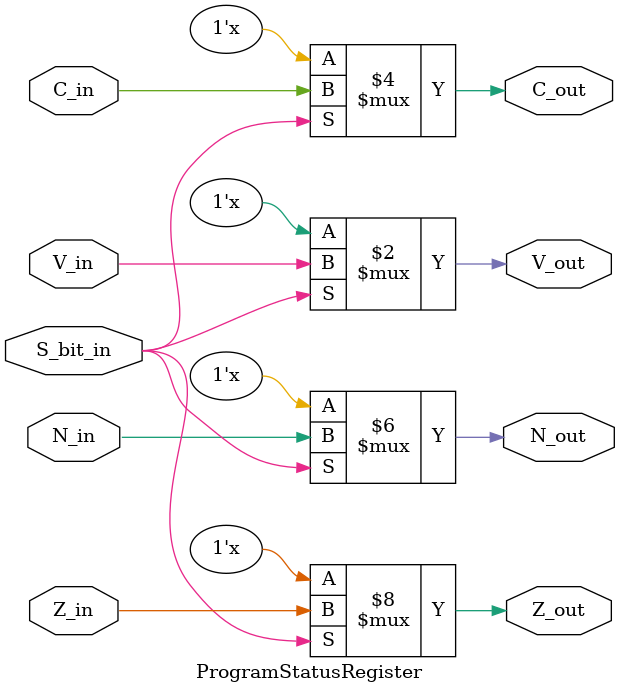
<source format=v>
module ProgramStatusRegister(
    input S_bit_in,
    
    //'Condition Codes'
    input Z_in,
    input N_in,
    input C_in,
    input V_in,

    //'Flags' Out
    output reg Z_out,
    output reg N_out,
    output reg C_out,
    output reg V_out
    );

    always @* begin
        if (S_bit_in) begin
            Z_out <= Z_in;
            N_out <= N_in;
            C_out <= C_in;
            V_out <= V_in;
        end
    end

endmodule

</source>
